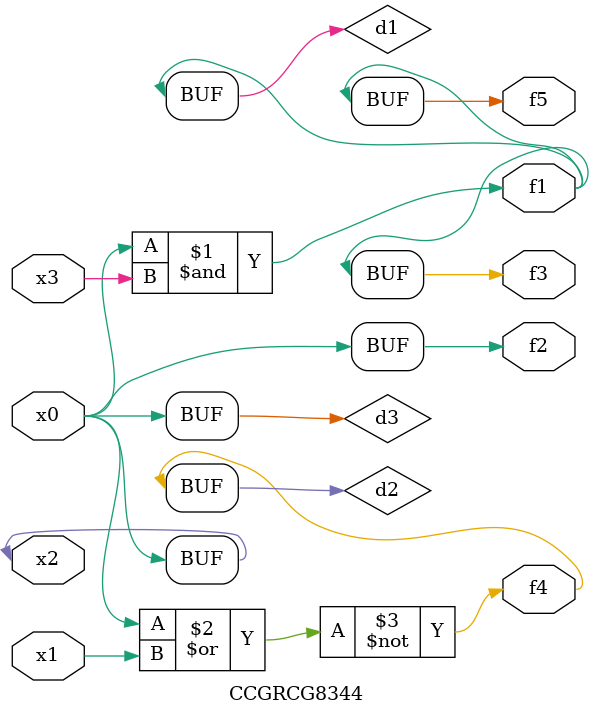
<source format=v>
module CCGRCG8344(
	input x0, x1, x2, x3,
	output f1, f2, f3, f4, f5
);

	wire d1, d2, d3;

	and (d1, x2, x3);
	nor (d2, x0, x1);
	buf (d3, x0, x2);
	assign f1 = d1;
	assign f2 = d3;
	assign f3 = d1;
	assign f4 = d2;
	assign f5 = d1;
endmodule

</source>
